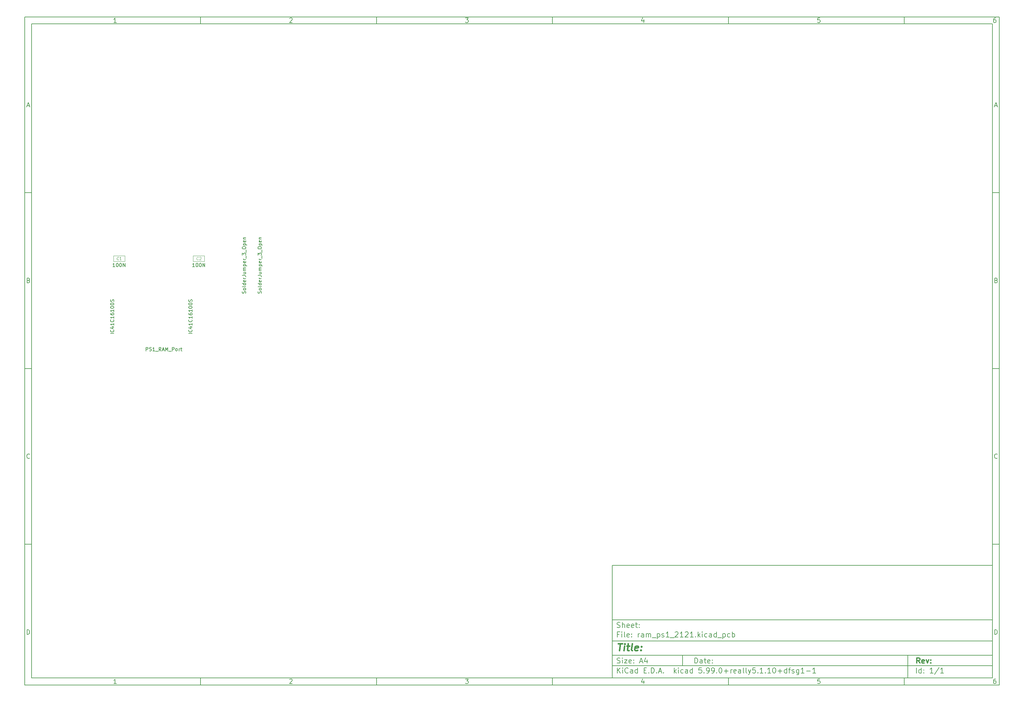
<source format=gbr>
%TF.GenerationSoftware,KiCad,Pcbnew,5.99.0+really5.1.10+dfsg1-1*%
%TF.CreationDate,2022-01-09T16:24:14+01:00*%
%TF.ProjectId,ram_ps1_2121,72616d5f-7073-4315-9f32-3132312e6b69,rev?*%
%TF.SameCoordinates,Original*%
%TF.FileFunction,Other,Fab,Top*%
%FSLAX46Y46*%
G04 Gerber Fmt 4.6, Leading zero omitted, Abs format (unit mm)*
G04 Created by KiCad (PCBNEW 5.99.0+really5.1.10+dfsg1-1) date 2022-01-09 16:24:14*
%MOMM*%
%LPD*%
G01*
G04 APERTURE LIST*
%ADD10C,0.100000*%
%ADD11C,0.150000*%
%ADD12C,0.300000*%
%ADD13C,0.400000*%
%ADD14C,0.120000*%
G04 APERTURE END LIST*
D10*
D11*
X177002200Y-166007200D02*
X177002200Y-198007200D01*
X285002200Y-198007200D01*
X285002200Y-166007200D01*
X177002200Y-166007200D01*
D10*
D11*
X10000000Y-10000000D02*
X10000000Y-200007200D01*
X287002200Y-200007200D01*
X287002200Y-10000000D01*
X10000000Y-10000000D01*
D10*
D11*
X12000000Y-12000000D02*
X12000000Y-198007200D01*
X285002200Y-198007200D01*
X285002200Y-12000000D01*
X12000000Y-12000000D01*
D10*
D11*
X60000000Y-12000000D02*
X60000000Y-10000000D01*
D10*
D11*
X110000000Y-12000000D02*
X110000000Y-10000000D01*
D10*
D11*
X160000000Y-12000000D02*
X160000000Y-10000000D01*
D10*
D11*
X210000000Y-12000000D02*
X210000000Y-10000000D01*
D10*
D11*
X260000000Y-12000000D02*
X260000000Y-10000000D01*
D10*
D11*
X36065476Y-11588095D02*
X35322619Y-11588095D01*
X35694047Y-11588095D02*
X35694047Y-10288095D01*
X35570238Y-10473809D01*
X35446428Y-10597619D01*
X35322619Y-10659523D01*
D10*
D11*
X85322619Y-10411904D02*
X85384523Y-10350000D01*
X85508333Y-10288095D01*
X85817857Y-10288095D01*
X85941666Y-10350000D01*
X86003571Y-10411904D01*
X86065476Y-10535714D01*
X86065476Y-10659523D01*
X86003571Y-10845238D01*
X85260714Y-11588095D01*
X86065476Y-11588095D01*
D10*
D11*
X135260714Y-10288095D02*
X136065476Y-10288095D01*
X135632142Y-10783333D01*
X135817857Y-10783333D01*
X135941666Y-10845238D01*
X136003571Y-10907142D01*
X136065476Y-11030952D01*
X136065476Y-11340476D01*
X136003571Y-11464285D01*
X135941666Y-11526190D01*
X135817857Y-11588095D01*
X135446428Y-11588095D01*
X135322619Y-11526190D01*
X135260714Y-11464285D01*
D10*
D11*
X185941666Y-10721428D02*
X185941666Y-11588095D01*
X185632142Y-10226190D02*
X185322619Y-11154761D01*
X186127380Y-11154761D01*
D10*
D11*
X236003571Y-10288095D02*
X235384523Y-10288095D01*
X235322619Y-10907142D01*
X235384523Y-10845238D01*
X235508333Y-10783333D01*
X235817857Y-10783333D01*
X235941666Y-10845238D01*
X236003571Y-10907142D01*
X236065476Y-11030952D01*
X236065476Y-11340476D01*
X236003571Y-11464285D01*
X235941666Y-11526190D01*
X235817857Y-11588095D01*
X235508333Y-11588095D01*
X235384523Y-11526190D01*
X235322619Y-11464285D01*
D10*
D11*
X285941666Y-10288095D02*
X285694047Y-10288095D01*
X285570238Y-10350000D01*
X285508333Y-10411904D01*
X285384523Y-10597619D01*
X285322619Y-10845238D01*
X285322619Y-11340476D01*
X285384523Y-11464285D01*
X285446428Y-11526190D01*
X285570238Y-11588095D01*
X285817857Y-11588095D01*
X285941666Y-11526190D01*
X286003571Y-11464285D01*
X286065476Y-11340476D01*
X286065476Y-11030952D01*
X286003571Y-10907142D01*
X285941666Y-10845238D01*
X285817857Y-10783333D01*
X285570238Y-10783333D01*
X285446428Y-10845238D01*
X285384523Y-10907142D01*
X285322619Y-11030952D01*
D10*
D11*
X60000000Y-198007200D02*
X60000000Y-200007200D01*
D10*
D11*
X110000000Y-198007200D02*
X110000000Y-200007200D01*
D10*
D11*
X160000000Y-198007200D02*
X160000000Y-200007200D01*
D10*
D11*
X210000000Y-198007200D02*
X210000000Y-200007200D01*
D10*
D11*
X260000000Y-198007200D02*
X260000000Y-200007200D01*
D10*
D11*
X36065476Y-199595295D02*
X35322619Y-199595295D01*
X35694047Y-199595295D02*
X35694047Y-198295295D01*
X35570238Y-198481009D01*
X35446428Y-198604819D01*
X35322619Y-198666723D01*
D10*
D11*
X85322619Y-198419104D02*
X85384523Y-198357200D01*
X85508333Y-198295295D01*
X85817857Y-198295295D01*
X85941666Y-198357200D01*
X86003571Y-198419104D01*
X86065476Y-198542914D01*
X86065476Y-198666723D01*
X86003571Y-198852438D01*
X85260714Y-199595295D01*
X86065476Y-199595295D01*
D10*
D11*
X135260714Y-198295295D02*
X136065476Y-198295295D01*
X135632142Y-198790533D01*
X135817857Y-198790533D01*
X135941666Y-198852438D01*
X136003571Y-198914342D01*
X136065476Y-199038152D01*
X136065476Y-199347676D01*
X136003571Y-199471485D01*
X135941666Y-199533390D01*
X135817857Y-199595295D01*
X135446428Y-199595295D01*
X135322619Y-199533390D01*
X135260714Y-199471485D01*
D10*
D11*
X185941666Y-198728628D02*
X185941666Y-199595295D01*
X185632142Y-198233390D02*
X185322619Y-199161961D01*
X186127380Y-199161961D01*
D10*
D11*
X236003571Y-198295295D02*
X235384523Y-198295295D01*
X235322619Y-198914342D01*
X235384523Y-198852438D01*
X235508333Y-198790533D01*
X235817857Y-198790533D01*
X235941666Y-198852438D01*
X236003571Y-198914342D01*
X236065476Y-199038152D01*
X236065476Y-199347676D01*
X236003571Y-199471485D01*
X235941666Y-199533390D01*
X235817857Y-199595295D01*
X235508333Y-199595295D01*
X235384523Y-199533390D01*
X235322619Y-199471485D01*
D10*
D11*
X285941666Y-198295295D02*
X285694047Y-198295295D01*
X285570238Y-198357200D01*
X285508333Y-198419104D01*
X285384523Y-198604819D01*
X285322619Y-198852438D01*
X285322619Y-199347676D01*
X285384523Y-199471485D01*
X285446428Y-199533390D01*
X285570238Y-199595295D01*
X285817857Y-199595295D01*
X285941666Y-199533390D01*
X286003571Y-199471485D01*
X286065476Y-199347676D01*
X286065476Y-199038152D01*
X286003571Y-198914342D01*
X285941666Y-198852438D01*
X285817857Y-198790533D01*
X285570238Y-198790533D01*
X285446428Y-198852438D01*
X285384523Y-198914342D01*
X285322619Y-199038152D01*
D10*
D11*
X10000000Y-60000000D02*
X12000000Y-60000000D01*
D10*
D11*
X10000000Y-110000000D02*
X12000000Y-110000000D01*
D10*
D11*
X10000000Y-160000000D02*
X12000000Y-160000000D01*
D10*
D11*
X10690476Y-35216666D02*
X11309523Y-35216666D01*
X10566666Y-35588095D02*
X11000000Y-34288095D01*
X11433333Y-35588095D01*
D10*
D11*
X11092857Y-84907142D02*
X11278571Y-84969047D01*
X11340476Y-85030952D01*
X11402380Y-85154761D01*
X11402380Y-85340476D01*
X11340476Y-85464285D01*
X11278571Y-85526190D01*
X11154761Y-85588095D01*
X10659523Y-85588095D01*
X10659523Y-84288095D01*
X11092857Y-84288095D01*
X11216666Y-84350000D01*
X11278571Y-84411904D01*
X11340476Y-84535714D01*
X11340476Y-84659523D01*
X11278571Y-84783333D01*
X11216666Y-84845238D01*
X11092857Y-84907142D01*
X10659523Y-84907142D01*
D10*
D11*
X11402380Y-135464285D02*
X11340476Y-135526190D01*
X11154761Y-135588095D01*
X11030952Y-135588095D01*
X10845238Y-135526190D01*
X10721428Y-135402380D01*
X10659523Y-135278571D01*
X10597619Y-135030952D01*
X10597619Y-134845238D01*
X10659523Y-134597619D01*
X10721428Y-134473809D01*
X10845238Y-134350000D01*
X11030952Y-134288095D01*
X11154761Y-134288095D01*
X11340476Y-134350000D01*
X11402380Y-134411904D01*
D10*
D11*
X10659523Y-185588095D02*
X10659523Y-184288095D01*
X10969047Y-184288095D01*
X11154761Y-184350000D01*
X11278571Y-184473809D01*
X11340476Y-184597619D01*
X11402380Y-184845238D01*
X11402380Y-185030952D01*
X11340476Y-185278571D01*
X11278571Y-185402380D01*
X11154761Y-185526190D01*
X10969047Y-185588095D01*
X10659523Y-185588095D01*
D10*
D11*
X287002200Y-60000000D02*
X285002200Y-60000000D01*
D10*
D11*
X287002200Y-110000000D02*
X285002200Y-110000000D01*
D10*
D11*
X287002200Y-160000000D02*
X285002200Y-160000000D01*
D10*
D11*
X285692676Y-35216666D02*
X286311723Y-35216666D01*
X285568866Y-35588095D02*
X286002200Y-34288095D01*
X286435533Y-35588095D01*
D10*
D11*
X286095057Y-84907142D02*
X286280771Y-84969047D01*
X286342676Y-85030952D01*
X286404580Y-85154761D01*
X286404580Y-85340476D01*
X286342676Y-85464285D01*
X286280771Y-85526190D01*
X286156961Y-85588095D01*
X285661723Y-85588095D01*
X285661723Y-84288095D01*
X286095057Y-84288095D01*
X286218866Y-84350000D01*
X286280771Y-84411904D01*
X286342676Y-84535714D01*
X286342676Y-84659523D01*
X286280771Y-84783333D01*
X286218866Y-84845238D01*
X286095057Y-84907142D01*
X285661723Y-84907142D01*
D10*
D11*
X286404580Y-135464285D02*
X286342676Y-135526190D01*
X286156961Y-135588095D01*
X286033152Y-135588095D01*
X285847438Y-135526190D01*
X285723628Y-135402380D01*
X285661723Y-135278571D01*
X285599819Y-135030952D01*
X285599819Y-134845238D01*
X285661723Y-134597619D01*
X285723628Y-134473809D01*
X285847438Y-134350000D01*
X286033152Y-134288095D01*
X286156961Y-134288095D01*
X286342676Y-134350000D01*
X286404580Y-134411904D01*
D10*
D11*
X285661723Y-185588095D02*
X285661723Y-184288095D01*
X285971247Y-184288095D01*
X286156961Y-184350000D01*
X286280771Y-184473809D01*
X286342676Y-184597619D01*
X286404580Y-184845238D01*
X286404580Y-185030952D01*
X286342676Y-185278571D01*
X286280771Y-185402380D01*
X286156961Y-185526190D01*
X285971247Y-185588095D01*
X285661723Y-185588095D01*
D10*
D11*
X200434342Y-193785771D02*
X200434342Y-192285771D01*
X200791485Y-192285771D01*
X201005771Y-192357200D01*
X201148628Y-192500057D01*
X201220057Y-192642914D01*
X201291485Y-192928628D01*
X201291485Y-193142914D01*
X201220057Y-193428628D01*
X201148628Y-193571485D01*
X201005771Y-193714342D01*
X200791485Y-193785771D01*
X200434342Y-193785771D01*
X202577200Y-193785771D02*
X202577200Y-193000057D01*
X202505771Y-192857200D01*
X202362914Y-192785771D01*
X202077200Y-192785771D01*
X201934342Y-192857200D01*
X202577200Y-193714342D02*
X202434342Y-193785771D01*
X202077200Y-193785771D01*
X201934342Y-193714342D01*
X201862914Y-193571485D01*
X201862914Y-193428628D01*
X201934342Y-193285771D01*
X202077200Y-193214342D01*
X202434342Y-193214342D01*
X202577200Y-193142914D01*
X203077200Y-192785771D02*
X203648628Y-192785771D01*
X203291485Y-192285771D02*
X203291485Y-193571485D01*
X203362914Y-193714342D01*
X203505771Y-193785771D01*
X203648628Y-193785771D01*
X204720057Y-193714342D02*
X204577200Y-193785771D01*
X204291485Y-193785771D01*
X204148628Y-193714342D01*
X204077200Y-193571485D01*
X204077200Y-193000057D01*
X204148628Y-192857200D01*
X204291485Y-192785771D01*
X204577200Y-192785771D01*
X204720057Y-192857200D01*
X204791485Y-193000057D01*
X204791485Y-193142914D01*
X204077200Y-193285771D01*
X205434342Y-193642914D02*
X205505771Y-193714342D01*
X205434342Y-193785771D01*
X205362914Y-193714342D01*
X205434342Y-193642914D01*
X205434342Y-193785771D01*
X205434342Y-192857200D02*
X205505771Y-192928628D01*
X205434342Y-193000057D01*
X205362914Y-192928628D01*
X205434342Y-192857200D01*
X205434342Y-193000057D01*
D10*
D11*
X177002200Y-194507200D02*
X285002200Y-194507200D01*
D10*
D11*
X178434342Y-196585771D02*
X178434342Y-195085771D01*
X179291485Y-196585771D02*
X178648628Y-195728628D01*
X179291485Y-195085771D02*
X178434342Y-195942914D01*
X179934342Y-196585771D02*
X179934342Y-195585771D01*
X179934342Y-195085771D02*
X179862914Y-195157200D01*
X179934342Y-195228628D01*
X180005771Y-195157200D01*
X179934342Y-195085771D01*
X179934342Y-195228628D01*
X181505771Y-196442914D02*
X181434342Y-196514342D01*
X181220057Y-196585771D01*
X181077200Y-196585771D01*
X180862914Y-196514342D01*
X180720057Y-196371485D01*
X180648628Y-196228628D01*
X180577200Y-195942914D01*
X180577200Y-195728628D01*
X180648628Y-195442914D01*
X180720057Y-195300057D01*
X180862914Y-195157200D01*
X181077200Y-195085771D01*
X181220057Y-195085771D01*
X181434342Y-195157200D01*
X181505771Y-195228628D01*
X182791485Y-196585771D02*
X182791485Y-195800057D01*
X182720057Y-195657200D01*
X182577200Y-195585771D01*
X182291485Y-195585771D01*
X182148628Y-195657200D01*
X182791485Y-196514342D02*
X182648628Y-196585771D01*
X182291485Y-196585771D01*
X182148628Y-196514342D01*
X182077200Y-196371485D01*
X182077200Y-196228628D01*
X182148628Y-196085771D01*
X182291485Y-196014342D01*
X182648628Y-196014342D01*
X182791485Y-195942914D01*
X184148628Y-196585771D02*
X184148628Y-195085771D01*
X184148628Y-196514342D02*
X184005771Y-196585771D01*
X183720057Y-196585771D01*
X183577200Y-196514342D01*
X183505771Y-196442914D01*
X183434342Y-196300057D01*
X183434342Y-195871485D01*
X183505771Y-195728628D01*
X183577200Y-195657200D01*
X183720057Y-195585771D01*
X184005771Y-195585771D01*
X184148628Y-195657200D01*
X186005771Y-195800057D02*
X186505771Y-195800057D01*
X186720057Y-196585771D02*
X186005771Y-196585771D01*
X186005771Y-195085771D01*
X186720057Y-195085771D01*
X187362914Y-196442914D02*
X187434342Y-196514342D01*
X187362914Y-196585771D01*
X187291485Y-196514342D01*
X187362914Y-196442914D01*
X187362914Y-196585771D01*
X188077200Y-196585771D02*
X188077200Y-195085771D01*
X188434342Y-195085771D01*
X188648628Y-195157200D01*
X188791485Y-195300057D01*
X188862914Y-195442914D01*
X188934342Y-195728628D01*
X188934342Y-195942914D01*
X188862914Y-196228628D01*
X188791485Y-196371485D01*
X188648628Y-196514342D01*
X188434342Y-196585771D01*
X188077200Y-196585771D01*
X189577200Y-196442914D02*
X189648628Y-196514342D01*
X189577200Y-196585771D01*
X189505771Y-196514342D01*
X189577200Y-196442914D01*
X189577200Y-196585771D01*
X190220057Y-196157200D02*
X190934342Y-196157200D01*
X190077200Y-196585771D02*
X190577200Y-195085771D01*
X191077200Y-196585771D01*
X191577200Y-196442914D02*
X191648628Y-196514342D01*
X191577200Y-196585771D01*
X191505771Y-196514342D01*
X191577200Y-196442914D01*
X191577200Y-196585771D01*
X194577200Y-196585771D02*
X194577200Y-195085771D01*
X194720057Y-196014342D02*
X195148628Y-196585771D01*
X195148628Y-195585771D02*
X194577200Y-196157200D01*
X195791485Y-196585771D02*
X195791485Y-195585771D01*
X195791485Y-195085771D02*
X195720057Y-195157200D01*
X195791485Y-195228628D01*
X195862914Y-195157200D01*
X195791485Y-195085771D01*
X195791485Y-195228628D01*
X197148628Y-196514342D02*
X197005771Y-196585771D01*
X196720057Y-196585771D01*
X196577200Y-196514342D01*
X196505771Y-196442914D01*
X196434342Y-196300057D01*
X196434342Y-195871485D01*
X196505771Y-195728628D01*
X196577200Y-195657200D01*
X196720057Y-195585771D01*
X197005771Y-195585771D01*
X197148628Y-195657200D01*
X198434342Y-196585771D02*
X198434342Y-195800057D01*
X198362914Y-195657200D01*
X198220057Y-195585771D01*
X197934342Y-195585771D01*
X197791485Y-195657200D01*
X198434342Y-196514342D02*
X198291485Y-196585771D01*
X197934342Y-196585771D01*
X197791485Y-196514342D01*
X197720057Y-196371485D01*
X197720057Y-196228628D01*
X197791485Y-196085771D01*
X197934342Y-196014342D01*
X198291485Y-196014342D01*
X198434342Y-195942914D01*
X199791485Y-196585771D02*
X199791485Y-195085771D01*
X199791485Y-196514342D02*
X199648628Y-196585771D01*
X199362914Y-196585771D01*
X199220057Y-196514342D01*
X199148628Y-196442914D01*
X199077200Y-196300057D01*
X199077200Y-195871485D01*
X199148628Y-195728628D01*
X199220057Y-195657200D01*
X199362914Y-195585771D01*
X199648628Y-195585771D01*
X199791485Y-195657200D01*
X202362914Y-195085771D02*
X201648628Y-195085771D01*
X201577200Y-195800057D01*
X201648628Y-195728628D01*
X201791485Y-195657200D01*
X202148628Y-195657200D01*
X202291485Y-195728628D01*
X202362914Y-195800057D01*
X202434342Y-195942914D01*
X202434342Y-196300057D01*
X202362914Y-196442914D01*
X202291485Y-196514342D01*
X202148628Y-196585771D01*
X201791485Y-196585771D01*
X201648628Y-196514342D01*
X201577200Y-196442914D01*
X203077200Y-196442914D02*
X203148628Y-196514342D01*
X203077200Y-196585771D01*
X203005771Y-196514342D01*
X203077200Y-196442914D01*
X203077200Y-196585771D01*
X203862914Y-196585771D02*
X204148628Y-196585771D01*
X204291485Y-196514342D01*
X204362914Y-196442914D01*
X204505771Y-196228628D01*
X204577200Y-195942914D01*
X204577200Y-195371485D01*
X204505771Y-195228628D01*
X204434342Y-195157200D01*
X204291485Y-195085771D01*
X204005771Y-195085771D01*
X203862914Y-195157200D01*
X203791485Y-195228628D01*
X203720057Y-195371485D01*
X203720057Y-195728628D01*
X203791485Y-195871485D01*
X203862914Y-195942914D01*
X204005771Y-196014342D01*
X204291485Y-196014342D01*
X204434342Y-195942914D01*
X204505771Y-195871485D01*
X204577200Y-195728628D01*
X205291485Y-196585771D02*
X205577200Y-196585771D01*
X205720057Y-196514342D01*
X205791485Y-196442914D01*
X205934342Y-196228628D01*
X206005771Y-195942914D01*
X206005771Y-195371485D01*
X205934342Y-195228628D01*
X205862914Y-195157200D01*
X205720057Y-195085771D01*
X205434342Y-195085771D01*
X205291485Y-195157200D01*
X205220057Y-195228628D01*
X205148628Y-195371485D01*
X205148628Y-195728628D01*
X205220057Y-195871485D01*
X205291485Y-195942914D01*
X205434342Y-196014342D01*
X205720057Y-196014342D01*
X205862914Y-195942914D01*
X205934342Y-195871485D01*
X206005771Y-195728628D01*
X206648628Y-196442914D02*
X206720057Y-196514342D01*
X206648628Y-196585771D01*
X206577200Y-196514342D01*
X206648628Y-196442914D01*
X206648628Y-196585771D01*
X207648628Y-195085771D02*
X207791485Y-195085771D01*
X207934342Y-195157200D01*
X208005771Y-195228628D01*
X208077200Y-195371485D01*
X208148628Y-195657200D01*
X208148628Y-196014342D01*
X208077200Y-196300057D01*
X208005771Y-196442914D01*
X207934342Y-196514342D01*
X207791485Y-196585771D01*
X207648628Y-196585771D01*
X207505771Y-196514342D01*
X207434342Y-196442914D01*
X207362914Y-196300057D01*
X207291485Y-196014342D01*
X207291485Y-195657200D01*
X207362914Y-195371485D01*
X207434342Y-195228628D01*
X207505771Y-195157200D01*
X207648628Y-195085771D01*
X208791485Y-196014342D02*
X209934342Y-196014342D01*
X209362914Y-196585771D02*
X209362914Y-195442914D01*
X210648628Y-196585771D02*
X210648628Y-195585771D01*
X210648628Y-195871485D02*
X210720057Y-195728628D01*
X210791485Y-195657200D01*
X210934342Y-195585771D01*
X211077200Y-195585771D01*
X212148628Y-196514342D02*
X212005771Y-196585771D01*
X211720057Y-196585771D01*
X211577200Y-196514342D01*
X211505771Y-196371485D01*
X211505771Y-195800057D01*
X211577200Y-195657200D01*
X211720057Y-195585771D01*
X212005771Y-195585771D01*
X212148628Y-195657200D01*
X212220057Y-195800057D01*
X212220057Y-195942914D01*
X211505771Y-196085771D01*
X213505771Y-196585771D02*
X213505771Y-195800057D01*
X213434342Y-195657200D01*
X213291485Y-195585771D01*
X213005771Y-195585771D01*
X212862914Y-195657200D01*
X213505771Y-196514342D02*
X213362914Y-196585771D01*
X213005771Y-196585771D01*
X212862914Y-196514342D01*
X212791485Y-196371485D01*
X212791485Y-196228628D01*
X212862914Y-196085771D01*
X213005771Y-196014342D01*
X213362914Y-196014342D01*
X213505771Y-195942914D01*
X214434342Y-196585771D02*
X214291485Y-196514342D01*
X214220057Y-196371485D01*
X214220057Y-195085771D01*
X215220057Y-196585771D02*
X215077200Y-196514342D01*
X215005771Y-196371485D01*
X215005771Y-195085771D01*
X215648628Y-195585771D02*
X216005771Y-196585771D01*
X216362914Y-195585771D02*
X216005771Y-196585771D01*
X215862914Y-196942914D01*
X215791485Y-197014342D01*
X215648628Y-197085771D01*
X217648628Y-195085771D02*
X216934342Y-195085771D01*
X216862914Y-195800057D01*
X216934342Y-195728628D01*
X217077200Y-195657200D01*
X217434342Y-195657200D01*
X217577200Y-195728628D01*
X217648628Y-195800057D01*
X217720057Y-195942914D01*
X217720057Y-196300057D01*
X217648628Y-196442914D01*
X217577200Y-196514342D01*
X217434342Y-196585771D01*
X217077200Y-196585771D01*
X216934342Y-196514342D01*
X216862914Y-196442914D01*
X218362914Y-196442914D02*
X218434342Y-196514342D01*
X218362914Y-196585771D01*
X218291485Y-196514342D01*
X218362914Y-196442914D01*
X218362914Y-196585771D01*
X219862914Y-196585771D02*
X219005771Y-196585771D01*
X219434342Y-196585771D02*
X219434342Y-195085771D01*
X219291485Y-195300057D01*
X219148628Y-195442914D01*
X219005771Y-195514342D01*
X220505771Y-196442914D02*
X220577200Y-196514342D01*
X220505771Y-196585771D01*
X220434342Y-196514342D01*
X220505771Y-196442914D01*
X220505771Y-196585771D01*
X222005771Y-196585771D02*
X221148628Y-196585771D01*
X221577200Y-196585771D02*
X221577200Y-195085771D01*
X221434342Y-195300057D01*
X221291485Y-195442914D01*
X221148628Y-195514342D01*
X222934342Y-195085771D02*
X223077200Y-195085771D01*
X223220057Y-195157200D01*
X223291485Y-195228628D01*
X223362914Y-195371485D01*
X223434342Y-195657200D01*
X223434342Y-196014342D01*
X223362914Y-196300057D01*
X223291485Y-196442914D01*
X223220057Y-196514342D01*
X223077200Y-196585771D01*
X222934342Y-196585771D01*
X222791485Y-196514342D01*
X222720057Y-196442914D01*
X222648628Y-196300057D01*
X222577200Y-196014342D01*
X222577200Y-195657200D01*
X222648628Y-195371485D01*
X222720057Y-195228628D01*
X222791485Y-195157200D01*
X222934342Y-195085771D01*
X224077200Y-196014342D02*
X225220057Y-196014342D01*
X224648628Y-196585771D02*
X224648628Y-195442914D01*
X226577200Y-196585771D02*
X226577200Y-195085771D01*
X226577200Y-196514342D02*
X226434342Y-196585771D01*
X226148628Y-196585771D01*
X226005771Y-196514342D01*
X225934342Y-196442914D01*
X225862914Y-196300057D01*
X225862914Y-195871485D01*
X225934342Y-195728628D01*
X226005771Y-195657200D01*
X226148628Y-195585771D01*
X226434342Y-195585771D01*
X226577200Y-195657200D01*
X227077200Y-195585771D02*
X227648628Y-195585771D01*
X227291485Y-196585771D02*
X227291485Y-195300057D01*
X227362914Y-195157200D01*
X227505771Y-195085771D01*
X227648628Y-195085771D01*
X228077200Y-196514342D02*
X228220057Y-196585771D01*
X228505771Y-196585771D01*
X228648628Y-196514342D01*
X228720057Y-196371485D01*
X228720057Y-196300057D01*
X228648628Y-196157200D01*
X228505771Y-196085771D01*
X228291485Y-196085771D01*
X228148628Y-196014342D01*
X228077200Y-195871485D01*
X228077200Y-195800057D01*
X228148628Y-195657200D01*
X228291485Y-195585771D01*
X228505771Y-195585771D01*
X228648628Y-195657200D01*
X230005771Y-195585771D02*
X230005771Y-196800057D01*
X229934342Y-196942914D01*
X229862914Y-197014342D01*
X229720057Y-197085771D01*
X229505771Y-197085771D01*
X229362914Y-197014342D01*
X230005771Y-196514342D02*
X229862914Y-196585771D01*
X229577200Y-196585771D01*
X229434342Y-196514342D01*
X229362914Y-196442914D01*
X229291485Y-196300057D01*
X229291485Y-195871485D01*
X229362914Y-195728628D01*
X229434342Y-195657200D01*
X229577200Y-195585771D01*
X229862914Y-195585771D01*
X230005771Y-195657200D01*
X231505771Y-196585771D02*
X230648628Y-196585771D01*
X231077200Y-196585771D02*
X231077200Y-195085771D01*
X230934342Y-195300057D01*
X230791485Y-195442914D01*
X230648628Y-195514342D01*
X232148628Y-196014342D02*
X233291485Y-196014342D01*
X234791485Y-196585771D02*
X233934342Y-196585771D01*
X234362914Y-196585771D02*
X234362914Y-195085771D01*
X234220057Y-195300057D01*
X234077200Y-195442914D01*
X233934342Y-195514342D01*
D10*
D11*
X177002200Y-191507200D02*
X285002200Y-191507200D01*
D10*
D12*
X264411485Y-193785771D02*
X263911485Y-193071485D01*
X263554342Y-193785771D02*
X263554342Y-192285771D01*
X264125771Y-192285771D01*
X264268628Y-192357200D01*
X264340057Y-192428628D01*
X264411485Y-192571485D01*
X264411485Y-192785771D01*
X264340057Y-192928628D01*
X264268628Y-193000057D01*
X264125771Y-193071485D01*
X263554342Y-193071485D01*
X265625771Y-193714342D02*
X265482914Y-193785771D01*
X265197200Y-193785771D01*
X265054342Y-193714342D01*
X264982914Y-193571485D01*
X264982914Y-193000057D01*
X265054342Y-192857200D01*
X265197200Y-192785771D01*
X265482914Y-192785771D01*
X265625771Y-192857200D01*
X265697200Y-193000057D01*
X265697200Y-193142914D01*
X264982914Y-193285771D01*
X266197200Y-192785771D02*
X266554342Y-193785771D01*
X266911485Y-192785771D01*
X267482914Y-193642914D02*
X267554342Y-193714342D01*
X267482914Y-193785771D01*
X267411485Y-193714342D01*
X267482914Y-193642914D01*
X267482914Y-193785771D01*
X267482914Y-192857200D02*
X267554342Y-192928628D01*
X267482914Y-193000057D01*
X267411485Y-192928628D01*
X267482914Y-192857200D01*
X267482914Y-193000057D01*
D10*
D11*
X178362914Y-193714342D02*
X178577200Y-193785771D01*
X178934342Y-193785771D01*
X179077200Y-193714342D01*
X179148628Y-193642914D01*
X179220057Y-193500057D01*
X179220057Y-193357200D01*
X179148628Y-193214342D01*
X179077200Y-193142914D01*
X178934342Y-193071485D01*
X178648628Y-193000057D01*
X178505771Y-192928628D01*
X178434342Y-192857200D01*
X178362914Y-192714342D01*
X178362914Y-192571485D01*
X178434342Y-192428628D01*
X178505771Y-192357200D01*
X178648628Y-192285771D01*
X179005771Y-192285771D01*
X179220057Y-192357200D01*
X179862914Y-193785771D02*
X179862914Y-192785771D01*
X179862914Y-192285771D02*
X179791485Y-192357200D01*
X179862914Y-192428628D01*
X179934342Y-192357200D01*
X179862914Y-192285771D01*
X179862914Y-192428628D01*
X180434342Y-192785771D02*
X181220057Y-192785771D01*
X180434342Y-193785771D01*
X181220057Y-193785771D01*
X182362914Y-193714342D02*
X182220057Y-193785771D01*
X181934342Y-193785771D01*
X181791485Y-193714342D01*
X181720057Y-193571485D01*
X181720057Y-193000057D01*
X181791485Y-192857200D01*
X181934342Y-192785771D01*
X182220057Y-192785771D01*
X182362914Y-192857200D01*
X182434342Y-193000057D01*
X182434342Y-193142914D01*
X181720057Y-193285771D01*
X183077200Y-193642914D02*
X183148628Y-193714342D01*
X183077200Y-193785771D01*
X183005771Y-193714342D01*
X183077200Y-193642914D01*
X183077200Y-193785771D01*
X183077200Y-192857200D02*
X183148628Y-192928628D01*
X183077200Y-193000057D01*
X183005771Y-192928628D01*
X183077200Y-192857200D01*
X183077200Y-193000057D01*
X184862914Y-193357200D02*
X185577200Y-193357200D01*
X184720057Y-193785771D02*
X185220057Y-192285771D01*
X185720057Y-193785771D01*
X186862914Y-192785771D02*
X186862914Y-193785771D01*
X186505771Y-192214342D02*
X186148628Y-193285771D01*
X187077200Y-193285771D01*
D10*
D11*
X263434342Y-196585771D02*
X263434342Y-195085771D01*
X264791485Y-196585771D02*
X264791485Y-195085771D01*
X264791485Y-196514342D02*
X264648628Y-196585771D01*
X264362914Y-196585771D01*
X264220057Y-196514342D01*
X264148628Y-196442914D01*
X264077200Y-196300057D01*
X264077200Y-195871485D01*
X264148628Y-195728628D01*
X264220057Y-195657200D01*
X264362914Y-195585771D01*
X264648628Y-195585771D01*
X264791485Y-195657200D01*
X265505771Y-196442914D02*
X265577200Y-196514342D01*
X265505771Y-196585771D01*
X265434342Y-196514342D01*
X265505771Y-196442914D01*
X265505771Y-196585771D01*
X265505771Y-195657200D02*
X265577200Y-195728628D01*
X265505771Y-195800057D01*
X265434342Y-195728628D01*
X265505771Y-195657200D01*
X265505771Y-195800057D01*
X268148628Y-196585771D02*
X267291485Y-196585771D01*
X267720057Y-196585771D02*
X267720057Y-195085771D01*
X267577200Y-195300057D01*
X267434342Y-195442914D01*
X267291485Y-195514342D01*
X269862914Y-195014342D02*
X268577200Y-196942914D01*
X271148628Y-196585771D02*
X270291485Y-196585771D01*
X270720057Y-196585771D02*
X270720057Y-195085771D01*
X270577200Y-195300057D01*
X270434342Y-195442914D01*
X270291485Y-195514342D01*
D10*
D11*
X177002200Y-187507200D02*
X285002200Y-187507200D01*
D10*
D13*
X178714580Y-188211961D02*
X179857438Y-188211961D01*
X179036009Y-190211961D02*
X179286009Y-188211961D01*
X180274104Y-190211961D02*
X180440771Y-188878628D01*
X180524104Y-188211961D02*
X180416961Y-188307200D01*
X180500295Y-188402438D01*
X180607438Y-188307200D01*
X180524104Y-188211961D01*
X180500295Y-188402438D01*
X181107438Y-188878628D02*
X181869342Y-188878628D01*
X181476485Y-188211961D02*
X181262200Y-189926247D01*
X181333628Y-190116723D01*
X181512200Y-190211961D01*
X181702676Y-190211961D01*
X182655057Y-190211961D02*
X182476485Y-190116723D01*
X182405057Y-189926247D01*
X182619342Y-188211961D01*
X184190771Y-190116723D02*
X183988390Y-190211961D01*
X183607438Y-190211961D01*
X183428866Y-190116723D01*
X183357438Y-189926247D01*
X183452676Y-189164342D01*
X183571723Y-188973866D01*
X183774104Y-188878628D01*
X184155057Y-188878628D01*
X184333628Y-188973866D01*
X184405057Y-189164342D01*
X184381247Y-189354819D01*
X183405057Y-189545295D01*
X185155057Y-190021485D02*
X185238390Y-190116723D01*
X185131247Y-190211961D01*
X185047914Y-190116723D01*
X185155057Y-190021485D01*
X185131247Y-190211961D01*
X185286009Y-188973866D02*
X185369342Y-189069104D01*
X185262200Y-189164342D01*
X185178866Y-189069104D01*
X185286009Y-188973866D01*
X185262200Y-189164342D01*
D10*
D11*
X178934342Y-185600057D02*
X178434342Y-185600057D01*
X178434342Y-186385771D02*
X178434342Y-184885771D01*
X179148628Y-184885771D01*
X179720057Y-186385771D02*
X179720057Y-185385771D01*
X179720057Y-184885771D02*
X179648628Y-184957200D01*
X179720057Y-185028628D01*
X179791485Y-184957200D01*
X179720057Y-184885771D01*
X179720057Y-185028628D01*
X180648628Y-186385771D02*
X180505771Y-186314342D01*
X180434342Y-186171485D01*
X180434342Y-184885771D01*
X181791485Y-186314342D02*
X181648628Y-186385771D01*
X181362914Y-186385771D01*
X181220057Y-186314342D01*
X181148628Y-186171485D01*
X181148628Y-185600057D01*
X181220057Y-185457200D01*
X181362914Y-185385771D01*
X181648628Y-185385771D01*
X181791485Y-185457200D01*
X181862914Y-185600057D01*
X181862914Y-185742914D01*
X181148628Y-185885771D01*
X182505771Y-186242914D02*
X182577200Y-186314342D01*
X182505771Y-186385771D01*
X182434342Y-186314342D01*
X182505771Y-186242914D01*
X182505771Y-186385771D01*
X182505771Y-185457200D02*
X182577200Y-185528628D01*
X182505771Y-185600057D01*
X182434342Y-185528628D01*
X182505771Y-185457200D01*
X182505771Y-185600057D01*
X184362914Y-186385771D02*
X184362914Y-185385771D01*
X184362914Y-185671485D02*
X184434342Y-185528628D01*
X184505771Y-185457200D01*
X184648628Y-185385771D01*
X184791485Y-185385771D01*
X185934342Y-186385771D02*
X185934342Y-185600057D01*
X185862914Y-185457200D01*
X185720057Y-185385771D01*
X185434342Y-185385771D01*
X185291485Y-185457200D01*
X185934342Y-186314342D02*
X185791485Y-186385771D01*
X185434342Y-186385771D01*
X185291485Y-186314342D01*
X185220057Y-186171485D01*
X185220057Y-186028628D01*
X185291485Y-185885771D01*
X185434342Y-185814342D01*
X185791485Y-185814342D01*
X185934342Y-185742914D01*
X186648628Y-186385771D02*
X186648628Y-185385771D01*
X186648628Y-185528628D02*
X186720057Y-185457200D01*
X186862914Y-185385771D01*
X187077200Y-185385771D01*
X187220057Y-185457200D01*
X187291485Y-185600057D01*
X187291485Y-186385771D01*
X187291485Y-185600057D02*
X187362914Y-185457200D01*
X187505771Y-185385771D01*
X187720057Y-185385771D01*
X187862914Y-185457200D01*
X187934342Y-185600057D01*
X187934342Y-186385771D01*
X188291485Y-186528628D02*
X189434342Y-186528628D01*
X189791485Y-185385771D02*
X189791485Y-186885771D01*
X189791485Y-185457200D02*
X189934342Y-185385771D01*
X190220057Y-185385771D01*
X190362914Y-185457200D01*
X190434342Y-185528628D01*
X190505771Y-185671485D01*
X190505771Y-186100057D01*
X190434342Y-186242914D01*
X190362914Y-186314342D01*
X190220057Y-186385771D01*
X189934342Y-186385771D01*
X189791485Y-186314342D01*
X191077200Y-186314342D02*
X191220057Y-186385771D01*
X191505771Y-186385771D01*
X191648628Y-186314342D01*
X191720057Y-186171485D01*
X191720057Y-186100057D01*
X191648628Y-185957200D01*
X191505771Y-185885771D01*
X191291485Y-185885771D01*
X191148628Y-185814342D01*
X191077200Y-185671485D01*
X191077200Y-185600057D01*
X191148628Y-185457200D01*
X191291485Y-185385771D01*
X191505771Y-185385771D01*
X191648628Y-185457200D01*
X193148628Y-186385771D02*
X192291485Y-186385771D01*
X192720057Y-186385771D02*
X192720057Y-184885771D01*
X192577200Y-185100057D01*
X192434342Y-185242914D01*
X192291485Y-185314342D01*
X193434342Y-186528628D02*
X194577200Y-186528628D01*
X194862914Y-185028628D02*
X194934342Y-184957200D01*
X195077200Y-184885771D01*
X195434342Y-184885771D01*
X195577200Y-184957200D01*
X195648628Y-185028628D01*
X195720057Y-185171485D01*
X195720057Y-185314342D01*
X195648628Y-185528628D01*
X194791485Y-186385771D01*
X195720057Y-186385771D01*
X197148628Y-186385771D02*
X196291485Y-186385771D01*
X196720057Y-186385771D02*
X196720057Y-184885771D01*
X196577200Y-185100057D01*
X196434342Y-185242914D01*
X196291485Y-185314342D01*
X197720057Y-185028628D02*
X197791485Y-184957200D01*
X197934342Y-184885771D01*
X198291485Y-184885771D01*
X198434342Y-184957200D01*
X198505771Y-185028628D01*
X198577200Y-185171485D01*
X198577200Y-185314342D01*
X198505771Y-185528628D01*
X197648628Y-186385771D01*
X198577200Y-186385771D01*
X200005771Y-186385771D02*
X199148628Y-186385771D01*
X199577200Y-186385771D02*
X199577200Y-184885771D01*
X199434342Y-185100057D01*
X199291485Y-185242914D01*
X199148628Y-185314342D01*
X200648628Y-186242914D02*
X200720057Y-186314342D01*
X200648628Y-186385771D01*
X200577200Y-186314342D01*
X200648628Y-186242914D01*
X200648628Y-186385771D01*
X201362914Y-186385771D02*
X201362914Y-184885771D01*
X201505771Y-185814342D02*
X201934342Y-186385771D01*
X201934342Y-185385771D02*
X201362914Y-185957200D01*
X202577200Y-186385771D02*
X202577200Y-185385771D01*
X202577200Y-184885771D02*
X202505771Y-184957200D01*
X202577200Y-185028628D01*
X202648628Y-184957200D01*
X202577200Y-184885771D01*
X202577200Y-185028628D01*
X203934342Y-186314342D02*
X203791485Y-186385771D01*
X203505771Y-186385771D01*
X203362914Y-186314342D01*
X203291485Y-186242914D01*
X203220057Y-186100057D01*
X203220057Y-185671485D01*
X203291485Y-185528628D01*
X203362914Y-185457200D01*
X203505771Y-185385771D01*
X203791485Y-185385771D01*
X203934342Y-185457200D01*
X205220057Y-186385771D02*
X205220057Y-185600057D01*
X205148628Y-185457200D01*
X205005771Y-185385771D01*
X204720057Y-185385771D01*
X204577200Y-185457200D01*
X205220057Y-186314342D02*
X205077200Y-186385771D01*
X204720057Y-186385771D01*
X204577200Y-186314342D01*
X204505771Y-186171485D01*
X204505771Y-186028628D01*
X204577200Y-185885771D01*
X204720057Y-185814342D01*
X205077200Y-185814342D01*
X205220057Y-185742914D01*
X206577200Y-186385771D02*
X206577200Y-184885771D01*
X206577200Y-186314342D02*
X206434342Y-186385771D01*
X206148628Y-186385771D01*
X206005771Y-186314342D01*
X205934342Y-186242914D01*
X205862914Y-186100057D01*
X205862914Y-185671485D01*
X205934342Y-185528628D01*
X206005771Y-185457200D01*
X206148628Y-185385771D01*
X206434342Y-185385771D01*
X206577200Y-185457200D01*
X206934342Y-186528628D02*
X208077200Y-186528628D01*
X208434342Y-185385771D02*
X208434342Y-186885771D01*
X208434342Y-185457200D02*
X208577200Y-185385771D01*
X208862914Y-185385771D01*
X209005771Y-185457200D01*
X209077200Y-185528628D01*
X209148628Y-185671485D01*
X209148628Y-186100057D01*
X209077200Y-186242914D01*
X209005771Y-186314342D01*
X208862914Y-186385771D01*
X208577200Y-186385771D01*
X208434342Y-186314342D01*
X210434342Y-186314342D02*
X210291485Y-186385771D01*
X210005771Y-186385771D01*
X209862914Y-186314342D01*
X209791485Y-186242914D01*
X209720057Y-186100057D01*
X209720057Y-185671485D01*
X209791485Y-185528628D01*
X209862914Y-185457200D01*
X210005771Y-185385771D01*
X210291485Y-185385771D01*
X210434342Y-185457200D01*
X211077200Y-186385771D02*
X211077200Y-184885771D01*
X211077200Y-185457200D02*
X211220057Y-185385771D01*
X211505771Y-185385771D01*
X211648628Y-185457200D01*
X211720057Y-185528628D01*
X211791485Y-185671485D01*
X211791485Y-186100057D01*
X211720057Y-186242914D01*
X211648628Y-186314342D01*
X211505771Y-186385771D01*
X211220057Y-186385771D01*
X211077200Y-186314342D01*
D10*
D11*
X177002200Y-181507200D02*
X285002200Y-181507200D01*
D10*
D11*
X178362914Y-183614342D02*
X178577200Y-183685771D01*
X178934342Y-183685771D01*
X179077200Y-183614342D01*
X179148628Y-183542914D01*
X179220057Y-183400057D01*
X179220057Y-183257200D01*
X179148628Y-183114342D01*
X179077200Y-183042914D01*
X178934342Y-182971485D01*
X178648628Y-182900057D01*
X178505771Y-182828628D01*
X178434342Y-182757200D01*
X178362914Y-182614342D01*
X178362914Y-182471485D01*
X178434342Y-182328628D01*
X178505771Y-182257200D01*
X178648628Y-182185771D01*
X179005771Y-182185771D01*
X179220057Y-182257200D01*
X179862914Y-183685771D02*
X179862914Y-182185771D01*
X180505771Y-183685771D02*
X180505771Y-182900057D01*
X180434342Y-182757200D01*
X180291485Y-182685771D01*
X180077200Y-182685771D01*
X179934342Y-182757200D01*
X179862914Y-182828628D01*
X181791485Y-183614342D02*
X181648628Y-183685771D01*
X181362914Y-183685771D01*
X181220057Y-183614342D01*
X181148628Y-183471485D01*
X181148628Y-182900057D01*
X181220057Y-182757200D01*
X181362914Y-182685771D01*
X181648628Y-182685771D01*
X181791485Y-182757200D01*
X181862914Y-182900057D01*
X181862914Y-183042914D01*
X181148628Y-183185771D01*
X183077200Y-183614342D02*
X182934342Y-183685771D01*
X182648628Y-183685771D01*
X182505771Y-183614342D01*
X182434342Y-183471485D01*
X182434342Y-182900057D01*
X182505771Y-182757200D01*
X182648628Y-182685771D01*
X182934342Y-182685771D01*
X183077200Y-182757200D01*
X183148628Y-182900057D01*
X183148628Y-183042914D01*
X182434342Y-183185771D01*
X183577200Y-182685771D02*
X184148628Y-182685771D01*
X183791485Y-182185771D02*
X183791485Y-183471485D01*
X183862914Y-183614342D01*
X184005771Y-183685771D01*
X184148628Y-183685771D01*
X184648628Y-183542914D02*
X184720057Y-183614342D01*
X184648628Y-183685771D01*
X184577200Y-183614342D01*
X184648628Y-183542914D01*
X184648628Y-183685771D01*
X184648628Y-182757200D02*
X184720057Y-182828628D01*
X184648628Y-182900057D01*
X184577200Y-182828628D01*
X184648628Y-182757200D01*
X184648628Y-182900057D01*
D10*
D11*
X197002200Y-191507200D02*
X197002200Y-194507200D01*
D10*
D11*
X261002200Y-191507200D02*
X261002200Y-198007200D01*
D10*
%TO.C,C1*%
X35230000Y-79540000D02*
X35230000Y-77940000D01*
X35230000Y-77940000D02*
X38430000Y-77940000D01*
X38430000Y-77940000D02*
X38430000Y-79540000D01*
X38430000Y-79540000D02*
X35230000Y-79540000D01*
%TO.C,C2*%
X61085000Y-79540000D02*
X57885000Y-79540000D01*
X61085000Y-77940000D02*
X61085000Y-79540000D01*
X57885000Y-77940000D02*
X61085000Y-77940000D01*
X57885000Y-79540000D02*
X57885000Y-77940000D01*
%TD*%
%TO.C,U1*%
D11*
X44506190Y-104977380D02*
X44506190Y-103977380D01*
X44887142Y-103977380D01*
X44982380Y-104025000D01*
X45030000Y-104072619D01*
X45077619Y-104167857D01*
X45077619Y-104310714D01*
X45030000Y-104405952D01*
X44982380Y-104453571D01*
X44887142Y-104501190D01*
X44506190Y-104501190D01*
X45458571Y-104929761D02*
X45601428Y-104977380D01*
X45839523Y-104977380D01*
X45934761Y-104929761D01*
X45982380Y-104882142D01*
X46030000Y-104786904D01*
X46030000Y-104691666D01*
X45982380Y-104596428D01*
X45934761Y-104548809D01*
X45839523Y-104501190D01*
X45649047Y-104453571D01*
X45553809Y-104405952D01*
X45506190Y-104358333D01*
X45458571Y-104263095D01*
X45458571Y-104167857D01*
X45506190Y-104072619D01*
X45553809Y-104025000D01*
X45649047Y-103977380D01*
X45887142Y-103977380D01*
X46030000Y-104025000D01*
X46982380Y-104977380D02*
X46410952Y-104977380D01*
X46696666Y-104977380D02*
X46696666Y-103977380D01*
X46601428Y-104120238D01*
X46506190Y-104215476D01*
X46410952Y-104263095D01*
X47172857Y-105072619D02*
X47934761Y-105072619D01*
X48744285Y-104977380D02*
X48410952Y-104501190D01*
X48172857Y-104977380D02*
X48172857Y-103977380D01*
X48553809Y-103977380D01*
X48649047Y-104025000D01*
X48696666Y-104072619D01*
X48744285Y-104167857D01*
X48744285Y-104310714D01*
X48696666Y-104405952D01*
X48649047Y-104453571D01*
X48553809Y-104501190D01*
X48172857Y-104501190D01*
X49125238Y-104691666D02*
X49601428Y-104691666D01*
X49030000Y-104977380D02*
X49363333Y-103977380D01*
X49696666Y-104977380D01*
X50030000Y-104977380D02*
X50030000Y-103977380D01*
X50363333Y-104691666D01*
X50696666Y-103977380D01*
X50696666Y-104977380D01*
X50934761Y-105072619D02*
X51696666Y-105072619D01*
X51934761Y-104977380D02*
X51934761Y-103977380D01*
X52315714Y-103977380D01*
X52410952Y-104025000D01*
X52458571Y-104072619D01*
X52506190Y-104167857D01*
X52506190Y-104310714D01*
X52458571Y-104405952D01*
X52410952Y-104453571D01*
X52315714Y-104501190D01*
X51934761Y-104501190D01*
X53077619Y-104977380D02*
X52982380Y-104929761D01*
X52934761Y-104882142D01*
X52887142Y-104786904D01*
X52887142Y-104501190D01*
X52934761Y-104405952D01*
X52982380Y-104358333D01*
X53077619Y-104310714D01*
X53220476Y-104310714D01*
X53315714Y-104358333D01*
X53363333Y-104405952D01*
X53410952Y-104501190D01*
X53410952Y-104786904D01*
X53363333Y-104882142D01*
X53315714Y-104929761D01*
X53220476Y-104977380D01*
X53077619Y-104977380D01*
X53839523Y-104977380D02*
X53839523Y-104310714D01*
X53839523Y-104501190D02*
X53887142Y-104405952D01*
X53934761Y-104358333D01*
X54030000Y-104310714D01*
X54125238Y-104310714D01*
X54315714Y-104310714D02*
X54696666Y-104310714D01*
X54458571Y-103977380D02*
X54458571Y-104834523D01*
X54506190Y-104929761D01*
X54601428Y-104977380D01*
X54696666Y-104977380D01*
%TO.C,U2*%
X35377380Y-100059523D02*
X34377380Y-100059523D01*
X35282142Y-99011904D02*
X35329761Y-99059523D01*
X35377380Y-99202380D01*
X35377380Y-99297619D01*
X35329761Y-99440476D01*
X35234523Y-99535714D01*
X35139285Y-99583333D01*
X34948809Y-99630952D01*
X34805952Y-99630952D01*
X34615476Y-99583333D01*
X34520238Y-99535714D01*
X34425000Y-99440476D01*
X34377380Y-99297619D01*
X34377380Y-99202380D01*
X34425000Y-99059523D01*
X34472619Y-99011904D01*
X34710714Y-98154761D02*
X35377380Y-98154761D01*
X34329761Y-98392857D02*
X35044047Y-98630952D01*
X35044047Y-98011904D01*
X35377380Y-97107142D02*
X35377380Y-97678571D01*
X35377380Y-97392857D02*
X34377380Y-97392857D01*
X34520238Y-97488095D01*
X34615476Y-97583333D01*
X34663095Y-97678571D01*
X35282142Y-96107142D02*
X35329761Y-96154761D01*
X35377380Y-96297619D01*
X35377380Y-96392857D01*
X35329761Y-96535714D01*
X35234523Y-96630952D01*
X35139285Y-96678571D01*
X34948809Y-96726190D01*
X34805952Y-96726190D01*
X34615476Y-96678571D01*
X34520238Y-96630952D01*
X34425000Y-96535714D01*
X34377380Y-96392857D01*
X34377380Y-96297619D01*
X34425000Y-96154761D01*
X34472619Y-96107142D01*
X35377380Y-95154761D02*
X35377380Y-95726190D01*
X35377380Y-95440476D02*
X34377380Y-95440476D01*
X34520238Y-95535714D01*
X34615476Y-95630952D01*
X34663095Y-95726190D01*
X34377380Y-94297619D02*
X34377380Y-94488095D01*
X34425000Y-94583333D01*
X34472619Y-94630952D01*
X34615476Y-94726190D01*
X34805952Y-94773809D01*
X35186904Y-94773809D01*
X35282142Y-94726190D01*
X35329761Y-94678571D01*
X35377380Y-94583333D01*
X35377380Y-94392857D01*
X35329761Y-94297619D01*
X35282142Y-94250000D01*
X35186904Y-94202380D01*
X34948809Y-94202380D01*
X34853571Y-94250000D01*
X34805952Y-94297619D01*
X34758333Y-94392857D01*
X34758333Y-94583333D01*
X34805952Y-94678571D01*
X34853571Y-94726190D01*
X34948809Y-94773809D01*
X35377380Y-93250000D02*
X35377380Y-93821428D01*
X35377380Y-93535714D02*
X34377380Y-93535714D01*
X34520238Y-93630952D01*
X34615476Y-93726190D01*
X34663095Y-93821428D01*
X34377380Y-92630952D02*
X34377380Y-92535714D01*
X34425000Y-92440476D01*
X34472619Y-92392857D01*
X34567857Y-92345238D01*
X34758333Y-92297619D01*
X34996428Y-92297619D01*
X35186904Y-92345238D01*
X35282142Y-92392857D01*
X35329761Y-92440476D01*
X35377380Y-92535714D01*
X35377380Y-92630952D01*
X35329761Y-92726190D01*
X35282142Y-92773809D01*
X35186904Y-92821428D01*
X34996428Y-92869047D01*
X34758333Y-92869047D01*
X34567857Y-92821428D01*
X34472619Y-92773809D01*
X34425000Y-92726190D01*
X34377380Y-92630952D01*
X34377380Y-91678571D02*
X34377380Y-91583333D01*
X34425000Y-91488095D01*
X34472619Y-91440476D01*
X34567857Y-91392857D01*
X34758333Y-91345238D01*
X34996428Y-91345238D01*
X35186904Y-91392857D01*
X35282142Y-91440476D01*
X35329761Y-91488095D01*
X35377380Y-91583333D01*
X35377380Y-91678571D01*
X35329761Y-91773809D01*
X35282142Y-91821428D01*
X35186904Y-91869047D01*
X34996428Y-91916666D01*
X34758333Y-91916666D01*
X34567857Y-91869047D01*
X34472619Y-91821428D01*
X34425000Y-91773809D01*
X34377380Y-91678571D01*
X35329761Y-90964285D02*
X35377380Y-90821428D01*
X35377380Y-90583333D01*
X35329761Y-90488095D01*
X35282142Y-90440476D01*
X35186904Y-90392857D01*
X35091666Y-90392857D01*
X34996428Y-90440476D01*
X34948809Y-90488095D01*
X34901190Y-90583333D01*
X34853571Y-90773809D01*
X34805952Y-90869047D01*
X34758333Y-90916666D01*
X34663095Y-90964285D01*
X34567857Y-90964285D01*
X34472619Y-90916666D01*
X34425000Y-90869047D01*
X34377380Y-90773809D01*
X34377380Y-90535714D01*
X34425000Y-90392857D01*
%TO.C,C1*%
X35639523Y-81042380D02*
X35068095Y-81042380D01*
X35353809Y-81042380D02*
X35353809Y-80042380D01*
X35258571Y-80185238D01*
X35163333Y-80280476D01*
X35068095Y-80328095D01*
X36258571Y-80042380D02*
X36353809Y-80042380D01*
X36449047Y-80090000D01*
X36496666Y-80137619D01*
X36544285Y-80232857D01*
X36591904Y-80423333D01*
X36591904Y-80661428D01*
X36544285Y-80851904D01*
X36496666Y-80947142D01*
X36449047Y-80994761D01*
X36353809Y-81042380D01*
X36258571Y-81042380D01*
X36163333Y-80994761D01*
X36115714Y-80947142D01*
X36068095Y-80851904D01*
X36020476Y-80661428D01*
X36020476Y-80423333D01*
X36068095Y-80232857D01*
X36115714Y-80137619D01*
X36163333Y-80090000D01*
X36258571Y-80042380D01*
X37210952Y-80042380D02*
X37306190Y-80042380D01*
X37401428Y-80090000D01*
X37449047Y-80137619D01*
X37496666Y-80232857D01*
X37544285Y-80423333D01*
X37544285Y-80661428D01*
X37496666Y-80851904D01*
X37449047Y-80947142D01*
X37401428Y-80994761D01*
X37306190Y-81042380D01*
X37210952Y-81042380D01*
X37115714Y-80994761D01*
X37068095Y-80947142D01*
X37020476Y-80851904D01*
X36972857Y-80661428D01*
X36972857Y-80423333D01*
X37020476Y-80232857D01*
X37068095Y-80137619D01*
X37115714Y-80090000D01*
X37210952Y-80042380D01*
X37972857Y-81042380D02*
X37972857Y-80042380D01*
X38544285Y-81042380D01*
X38544285Y-80042380D01*
D14*
X36696666Y-79025714D02*
X36658571Y-79063809D01*
X36544285Y-79101904D01*
X36468095Y-79101904D01*
X36353809Y-79063809D01*
X36277619Y-78987619D01*
X36239523Y-78911428D01*
X36201428Y-78759047D01*
X36201428Y-78644761D01*
X36239523Y-78492380D01*
X36277619Y-78416190D01*
X36353809Y-78340000D01*
X36468095Y-78301904D01*
X36544285Y-78301904D01*
X36658571Y-78340000D01*
X36696666Y-78378095D01*
X37458571Y-79101904D02*
X37001428Y-79101904D01*
X37230000Y-79101904D02*
X37230000Y-78301904D01*
X37153809Y-78416190D01*
X37077619Y-78492380D01*
X37001428Y-78530476D01*
%TO.C,C2*%
D11*
X58294523Y-81042380D02*
X57723095Y-81042380D01*
X58008809Y-81042380D02*
X58008809Y-80042380D01*
X57913571Y-80185238D01*
X57818333Y-80280476D01*
X57723095Y-80328095D01*
X58913571Y-80042380D02*
X59008809Y-80042380D01*
X59104047Y-80090000D01*
X59151666Y-80137619D01*
X59199285Y-80232857D01*
X59246904Y-80423333D01*
X59246904Y-80661428D01*
X59199285Y-80851904D01*
X59151666Y-80947142D01*
X59104047Y-80994761D01*
X59008809Y-81042380D01*
X58913571Y-81042380D01*
X58818333Y-80994761D01*
X58770714Y-80947142D01*
X58723095Y-80851904D01*
X58675476Y-80661428D01*
X58675476Y-80423333D01*
X58723095Y-80232857D01*
X58770714Y-80137619D01*
X58818333Y-80090000D01*
X58913571Y-80042380D01*
X59865952Y-80042380D02*
X59961190Y-80042380D01*
X60056428Y-80090000D01*
X60104047Y-80137619D01*
X60151666Y-80232857D01*
X60199285Y-80423333D01*
X60199285Y-80661428D01*
X60151666Y-80851904D01*
X60104047Y-80947142D01*
X60056428Y-80994761D01*
X59961190Y-81042380D01*
X59865952Y-81042380D01*
X59770714Y-80994761D01*
X59723095Y-80947142D01*
X59675476Y-80851904D01*
X59627857Y-80661428D01*
X59627857Y-80423333D01*
X59675476Y-80232857D01*
X59723095Y-80137619D01*
X59770714Y-80090000D01*
X59865952Y-80042380D01*
X60627857Y-81042380D02*
X60627857Y-80042380D01*
X61199285Y-81042380D01*
X61199285Y-80042380D01*
D14*
X59351666Y-79025714D02*
X59313571Y-79063809D01*
X59199285Y-79101904D01*
X59123095Y-79101904D01*
X59008809Y-79063809D01*
X58932619Y-78987619D01*
X58894523Y-78911428D01*
X58856428Y-78759047D01*
X58856428Y-78644761D01*
X58894523Y-78492380D01*
X58932619Y-78416190D01*
X59008809Y-78340000D01*
X59123095Y-78301904D01*
X59199285Y-78301904D01*
X59313571Y-78340000D01*
X59351666Y-78378095D01*
X59656428Y-78378095D02*
X59694523Y-78340000D01*
X59770714Y-78301904D01*
X59961190Y-78301904D01*
X60037380Y-78340000D01*
X60075476Y-78378095D01*
X60113571Y-78454285D01*
X60113571Y-78530476D01*
X60075476Y-78644761D01*
X59618333Y-79101904D01*
X60113571Y-79101904D01*
%TO.C,SecBank*%
D11*
X77234761Y-88621190D02*
X77282380Y-88478333D01*
X77282380Y-88240238D01*
X77234761Y-88145000D01*
X77187142Y-88097380D01*
X77091904Y-88049761D01*
X76996666Y-88049761D01*
X76901428Y-88097380D01*
X76853809Y-88145000D01*
X76806190Y-88240238D01*
X76758571Y-88430714D01*
X76710952Y-88525952D01*
X76663333Y-88573571D01*
X76568095Y-88621190D01*
X76472857Y-88621190D01*
X76377619Y-88573571D01*
X76330000Y-88525952D01*
X76282380Y-88430714D01*
X76282380Y-88192619D01*
X76330000Y-88049761D01*
X77282380Y-87478333D02*
X77234761Y-87573571D01*
X77187142Y-87621190D01*
X77091904Y-87668809D01*
X76806190Y-87668809D01*
X76710952Y-87621190D01*
X76663333Y-87573571D01*
X76615714Y-87478333D01*
X76615714Y-87335476D01*
X76663333Y-87240238D01*
X76710952Y-87192619D01*
X76806190Y-87145000D01*
X77091904Y-87145000D01*
X77187142Y-87192619D01*
X77234761Y-87240238D01*
X77282380Y-87335476D01*
X77282380Y-87478333D01*
X77282380Y-86573571D02*
X77234761Y-86668809D01*
X77139523Y-86716428D01*
X76282380Y-86716428D01*
X77282380Y-85764047D02*
X76282380Y-85764047D01*
X77234761Y-85764047D02*
X77282380Y-85859285D01*
X77282380Y-86049761D01*
X77234761Y-86145000D01*
X77187142Y-86192619D01*
X77091904Y-86240238D01*
X76806190Y-86240238D01*
X76710952Y-86192619D01*
X76663333Y-86145000D01*
X76615714Y-86049761D01*
X76615714Y-85859285D01*
X76663333Y-85764047D01*
X77234761Y-84906904D02*
X77282380Y-85002142D01*
X77282380Y-85192619D01*
X77234761Y-85287857D01*
X77139523Y-85335476D01*
X76758571Y-85335476D01*
X76663333Y-85287857D01*
X76615714Y-85192619D01*
X76615714Y-85002142D01*
X76663333Y-84906904D01*
X76758571Y-84859285D01*
X76853809Y-84859285D01*
X76949047Y-85335476D01*
X77282380Y-84430714D02*
X76615714Y-84430714D01*
X76806190Y-84430714D02*
X76710952Y-84383095D01*
X76663333Y-84335476D01*
X76615714Y-84240238D01*
X76615714Y-84145000D01*
X76282380Y-83525952D02*
X76996666Y-83525952D01*
X77139523Y-83573571D01*
X77234761Y-83668809D01*
X77282380Y-83811666D01*
X77282380Y-83906904D01*
X76615714Y-82621190D02*
X77282380Y-82621190D01*
X76615714Y-83049761D02*
X77139523Y-83049761D01*
X77234761Y-83002142D01*
X77282380Y-82906904D01*
X77282380Y-82764047D01*
X77234761Y-82668809D01*
X77187142Y-82621190D01*
X77282380Y-82145000D02*
X76615714Y-82145000D01*
X76710952Y-82145000D02*
X76663333Y-82097380D01*
X76615714Y-82002142D01*
X76615714Y-81859285D01*
X76663333Y-81764047D01*
X76758571Y-81716428D01*
X77282380Y-81716428D01*
X76758571Y-81716428D02*
X76663333Y-81668809D01*
X76615714Y-81573571D01*
X76615714Y-81430714D01*
X76663333Y-81335476D01*
X76758571Y-81287857D01*
X77282380Y-81287857D01*
X76615714Y-80811666D02*
X77615714Y-80811666D01*
X76663333Y-80811666D02*
X76615714Y-80716428D01*
X76615714Y-80525952D01*
X76663333Y-80430714D01*
X76710952Y-80383095D01*
X76806190Y-80335476D01*
X77091904Y-80335476D01*
X77187142Y-80383095D01*
X77234761Y-80430714D01*
X77282380Y-80525952D01*
X77282380Y-80716428D01*
X77234761Y-80811666D01*
X77234761Y-79525952D02*
X77282380Y-79621190D01*
X77282380Y-79811666D01*
X77234761Y-79906904D01*
X77139523Y-79954523D01*
X76758571Y-79954523D01*
X76663333Y-79906904D01*
X76615714Y-79811666D01*
X76615714Y-79621190D01*
X76663333Y-79525952D01*
X76758571Y-79478333D01*
X76853809Y-79478333D01*
X76949047Y-79954523D01*
X77282380Y-79049761D02*
X76615714Y-79049761D01*
X76806190Y-79049761D02*
X76710952Y-79002142D01*
X76663333Y-78954523D01*
X76615714Y-78859285D01*
X76615714Y-78764047D01*
X77377619Y-78668809D02*
X77377619Y-77906904D01*
X76282380Y-77764047D02*
X76282380Y-77145000D01*
X76663333Y-77478333D01*
X76663333Y-77335476D01*
X76710952Y-77240238D01*
X76758571Y-77192619D01*
X76853809Y-77145000D01*
X77091904Y-77145000D01*
X77187142Y-77192619D01*
X77234761Y-77240238D01*
X77282380Y-77335476D01*
X77282380Y-77621190D01*
X77234761Y-77716428D01*
X77187142Y-77764047D01*
X77377619Y-76954523D02*
X77377619Y-76192619D01*
X76282380Y-75764047D02*
X76282380Y-75573571D01*
X76330000Y-75478333D01*
X76425238Y-75383095D01*
X76615714Y-75335476D01*
X76949047Y-75335476D01*
X77139523Y-75383095D01*
X77234761Y-75478333D01*
X77282380Y-75573571D01*
X77282380Y-75764047D01*
X77234761Y-75859285D01*
X77139523Y-75954523D01*
X76949047Y-76002142D01*
X76615714Y-76002142D01*
X76425238Y-75954523D01*
X76330000Y-75859285D01*
X76282380Y-75764047D01*
X76615714Y-74906904D02*
X77615714Y-74906904D01*
X76663333Y-74906904D02*
X76615714Y-74811666D01*
X76615714Y-74621190D01*
X76663333Y-74525952D01*
X76710952Y-74478333D01*
X76806190Y-74430714D01*
X77091904Y-74430714D01*
X77187142Y-74478333D01*
X77234761Y-74525952D01*
X77282380Y-74621190D01*
X77282380Y-74811666D01*
X77234761Y-74906904D01*
X77234761Y-73621190D02*
X77282380Y-73716428D01*
X77282380Y-73906904D01*
X77234761Y-74002142D01*
X77139523Y-74049761D01*
X76758571Y-74049761D01*
X76663333Y-74002142D01*
X76615714Y-73906904D01*
X76615714Y-73716428D01*
X76663333Y-73621190D01*
X76758571Y-73573571D01*
X76853809Y-73573571D01*
X76949047Y-74049761D01*
X76615714Y-73145000D02*
X77282380Y-73145000D01*
X76710952Y-73145000D02*
X76663333Y-73097380D01*
X76615714Y-73002142D01*
X76615714Y-72859285D01*
X76663333Y-72764047D01*
X76758571Y-72716428D01*
X77282380Y-72716428D01*
%TO.C,1MB_CD*%
X72789761Y-88621190D02*
X72837380Y-88478333D01*
X72837380Y-88240238D01*
X72789761Y-88145000D01*
X72742142Y-88097380D01*
X72646904Y-88049761D01*
X72551666Y-88049761D01*
X72456428Y-88097380D01*
X72408809Y-88145000D01*
X72361190Y-88240238D01*
X72313571Y-88430714D01*
X72265952Y-88525952D01*
X72218333Y-88573571D01*
X72123095Y-88621190D01*
X72027857Y-88621190D01*
X71932619Y-88573571D01*
X71885000Y-88525952D01*
X71837380Y-88430714D01*
X71837380Y-88192619D01*
X71885000Y-88049761D01*
X72837380Y-87478333D02*
X72789761Y-87573571D01*
X72742142Y-87621190D01*
X72646904Y-87668809D01*
X72361190Y-87668809D01*
X72265952Y-87621190D01*
X72218333Y-87573571D01*
X72170714Y-87478333D01*
X72170714Y-87335476D01*
X72218333Y-87240238D01*
X72265952Y-87192619D01*
X72361190Y-87145000D01*
X72646904Y-87145000D01*
X72742142Y-87192619D01*
X72789761Y-87240238D01*
X72837380Y-87335476D01*
X72837380Y-87478333D01*
X72837380Y-86573571D02*
X72789761Y-86668809D01*
X72694523Y-86716428D01*
X71837380Y-86716428D01*
X72837380Y-85764047D02*
X71837380Y-85764047D01*
X72789761Y-85764047D02*
X72837380Y-85859285D01*
X72837380Y-86049761D01*
X72789761Y-86145000D01*
X72742142Y-86192619D01*
X72646904Y-86240238D01*
X72361190Y-86240238D01*
X72265952Y-86192619D01*
X72218333Y-86145000D01*
X72170714Y-86049761D01*
X72170714Y-85859285D01*
X72218333Y-85764047D01*
X72789761Y-84906904D02*
X72837380Y-85002142D01*
X72837380Y-85192619D01*
X72789761Y-85287857D01*
X72694523Y-85335476D01*
X72313571Y-85335476D01*
X72218333Y-85287857D01*
X72170714Y-85192619D01*
X72170714Y-85002142D01*
X72218333Y-84906904D01*
X72313571Y-84859285D01*
X72408809Y-84859285D01*
X72504047Y-85335476D01*
X72837380Y-84430714D02*
X72170714Y-84430714D01*
X72361190Y-84430714D02*
X72265952Y-84383095D01*
X72218333Y-84335476D01*
X72170714Y-84240238D01*
X72170714Y-84145000D01*
X71837380Y-83525952D02*
X72551666Y-83525952D01*
X72694523Y-83573571D01*
X72789761Y-83668809D01*
X72837380Y-83811666D01*
X72837380Y-83906904D01*
X72170714Y-82621190D02*
X72837380Y-82621190D01*
X72170714Y-83049761D02*
X72694523Y-83049761D01*
X72789761Y-83002142D01*
X72837380Y-82906904D01*
X72837380Y-82764047D01*
X72789761Y-82668809D01*
X72742142Y-82621190D01*
X72837380Y-82145000D02*
X72170714Y-82145000D01*
X72265952Y-82145000D02*
X72218333Y-82097380D01*
X72170714Y-82002142D01*
X72170714Y-81859285D01*
X72218333Y-81764047D01*
X72313571Y-81716428D01*
X72837380Y-81716428D01*
X72313571Y-81716428D02*
X72218333Y-81668809D01*
X72170714Y-81573571D01*
X72170714Y-81430714D01*
X72218333Y-81335476D01*
X72313571Y-81287857D01*
X72837380Y-81287857D01*
X72170714Y-80811666D02*
X73170714Y-80811666D01*
X72218333Y-80811666D02*
X72170714Y-80716428D01*
X72170714Y-80525952D01*
X72218333Y-80430714D01*
X72265952Y-80383095D01*
X72361190Y-80335476D01*
X72646904Y-80335476D01*
X72742142Y-80383095D01*
X72789761Y-80430714D01*
X72837380Y-80525952D01*
X72837380Y-80716428D01*
X72789761Y-80811666D01*
X72789761Y-79525952D02*
X72837380Y-79621190D01*
X72837380Y-79811666D01*
X72789761Y-79906904D01*
X72694523Y-79954523D01*
X72313571Y-79954523D01*
X72218333Y-79906904D01*
X72170714Y-79811666D01*
X72170714Y-79621190D01*
X72218333Y-79525952D01*
X72313571Y-79478333D01*
X72408809Y-79478333D01*
X72504047Y-79954523D01*
X72837380Y-79049761D02*
X72170714Y-79049761D01*
X72361190Y-79049761D02*
X72265952Y-79002142D01*
X72218333Y-78954523D01*
X72170714Y-78859285D01*
X72170714Y-78764047D01*
X72932619Y-78668809D02*
X72932619Y-77906904D01*
X71837380Y-77764047D02*
X71837380Y-77145000D01*
X72218333Y-77478333D01*
X72218333Y-77335476D01*
X72265952Y-77240238D01*
X72313571Y-77192619D01*
X72408809Y-77145000D01*
X72646904Y-77145000D01*
X72742142Y-77192619D01*
X72789761Y-77240238D01*
X72837380Y-77335476D01*
X72837380Y-77621190D01*
X72789761Y-77716428D01*
X72742142Y-77764047D01*
X72932619Y-76954523D02*
X72932619Y-76192619D01*
X71837380Y-75764047D02*
X71837380Y-75573571D01*
X71885000Y-75478333D01*
X71980238Y-75383095D01*
X72170714Y-75335476D01*
X72504047Y-75335476D01*
X72694523Y-75383095D01*
X72789761Y-75478333D01*
X72837380Y-75573571D01*
X72837380Y-75764047D01*
X72789761Y-75859285D01*
X72694523Y-75954523D01*
X72504047Y-76002142D01*
X72170714Y-76002142D01*
X71980238Y-75954523D01*
X71885000Y-75859285D01*
X71837380Y-75764047D01*
X72170714Y-74906904D02*
X73170714Y-74906904D01*
X72218333Y-74906904D02*
X72170714Y-74811666D01*
X72170714Y-74621190D01*
X72218333Y-74525952D01*
X72265952Y-74478333D01*
X72361190Y-74430714D01*
X72646904Y-74430714D01*
X72742142Y-74478333D01*
X72789761Y-74525952D01*
X72837380Y-74621190D01*
X72837380Y-74811666D01*
X72789761Y-74906904D01*
X72789761Y-73621190D02*
X72837380Y-73716428D01*
X72837380Y-73906904D01*
X72789761Y-74002142D01*
X72694523Y-74049761D01*
X72313571Y-74049761D01*
X72218333Y-74002142D01*
X72170714Y-73906904D01*
X72170714Y-73716428D01*
X72218333Y-73621190D01*
X72313571Y-73573571D01*
X72408809Y-73573571D01*
X72504047Y-74049761D01*
X72170714Y-73145000D02*
X72837380Y-73145000D01*
X72265952Y-73145000D02*
X72218333Y-73097380D01*
X72170714Y-73002142D01*
X72170714Y-72859285D01*
X72218333Y-72764047D01*
X72313571Y-72716428D01*
X72837380Y-72716428D01*
%TO.C,U3*%
X57602380Y-100059523D02*
X56602380Y-100059523D01*
X57507142Y-99011904D02*
X57554761Y-99059523D01*
X57602380Y-99202380D01*
X57602380Y-99297619D01*
X57554761Y-99440476D01*
X57459523Y-99535714D01*
X57364285Y-99583333D01*
X57173809Y-99630952D01*
X57030952Y-99630952D01*
X56840476Y-99583333D01*
X56745238Y-99535714D01*
X56650000Y-99440476D01*
X56602380Y-99297619D01*
X56602380Y-99202380D01*
X56650000Y-99059523D01*
X56697619Y-99011904D01*
X56935714Y-98154761D02*
X57602380Y-98154761D01*
X56554761Y-98392857D02*
X57269047Y-98630952D01*
X57269047Y-98011904D01*
X57602380Y-97107142D02*
X57602380Y-97678571D01*
X57602380Y-97392857D02*
X56602380Y-97392857D01*
X56745238Y-97488095D01*
X56840476Y-97583333D01*
X56888095Y-97678571D01*
X57507142Y-96107142D02*
X57554761Y-96154761D01*
X57602380Y-96297619D01*
X57602380Y-96392857D01*
X57554761Y-96535714D01*
X57459523Y-96630952D01*
X57364285Y-96678571D01*
X57173809Y-96726190D01*
X57030952Y-96726190D01*
X56840476Y-96678571D01*
X56745238Y-96630952D01*
X56650000Y-96535714D01*
X56602380Y-96392857D01*
X56602380Y-96297619D01*
X56650000Y-96154761D01*
X56697619Y-96107142D01*
X57602380Y-95154761D02*
X57602380Y-95726190D01*
X57602380Y-95440476D02*
X56602380Y-95440476D01*
X56745238Y-95535714D01*
X56840476Y-95630952D01*
X56888095Y-95726190D01*
X56602380Y-94297619D02*
X56602380Y-94488095D01*
X56650000Y-94583333D01*
X56697619Y-94630952D01*
X56840476Y-94726190D01*
X57030952Y-94773809D01*
X57411904Y-94773809D01*
X57507142Y-94726190D01*
X57554761Y-94678571D01*
X57602380Y-94583333D01*
X57602380Y-94392857D01*
X57554761Y-94297619D01*
X57507142Y-94250000D01*
X57411904Y-94202380D01*
X57173809Y-94202380D01*
X57078571Y-94250000D01*
X57030952Y-94297619D01*
X56983333Y-94392857D01*
X56983333Y-94583333D01*
X57030952Y-94678571D01*
X57078571Y-94726190D01*
X57173809Y-94773809D01*
X57602380Y-93250000D02*
X57602380Y-93821428D01*
X57602380Y-93535714D02*
X56602380Y-93535714D01*
X56745238Y-93630952D01*
X56840476Y-93726190D01*
X56888095Y-93821428D01*
X56602380Y-92630952D02*
X56602380Y-92535714D01*
X56650000Y-92440476D01*
X56697619Y-92392857D01*
X56792857Y-92345238D01*
X56983333Y-92297619D01*
X57221428Y-92297619D01*
X57411904Y-92345238D01*
X57507142Y-92392857D01*
X57554761Y-92440476D01*
X57602380Y-92535714D01*
X57602380Y-92630952D01*
X57554761Y-92726190D01*
X57507142Y-92773809D01*
X57411904Y-92821428D01*
X57221428Y-92869047D01*
X56983333Y-92869047D01*
X56792857Y-92821428D01*
X56697619Y-92773809D01*
X56650000Y-92726190D01*
X56602380Y-92630952D01*
X56602380Y-91678571D02*
X56602380Y-91583333D01*
X56650000Y-91488095D01*
X56697619Y-91440476D01*
X56792857Y-91392857D01*
X56983333Y-91345238D01*
X57221428Y-91345238D01*
X57411904Y-91392857D01*
X57507142Y-91440476D01*
X57554761Y-91488095D01*
X57602380Y-91583333D01*
X57602380Y-91678571D01*
X57554761Y-91773809D01*
X57507142Y-91821428D01*
X57411904Y-91869047D01*
X57221428Y-91916666D01*
X56983333Y-91916666D01*
X56792857Y-91869047D01*
X56697619Y-91821428D01*
X56650000Y-91773809D01*
X56602380Y-91678571D01*
X57554761Y-90964285D02*
X57602380Y-90821428D01*
X57602380Y-90583333D01*
X57554761Y-90488095D01*
X57507142Y-90440476D01*
X57411904Y-90392857D01*
X57316666Y-90392857D01*
X57221428Y-90440476D01*
X57173809Y-90488095D01*
X57126190Y-90583333D01*
X57078571Y-90773809D01*
X57030952Y-90869047D01*
X56983333Y-90916666D01*
X56888095Y-90964285D01*
X56792857Y-90964285D01*
X56697619Y-90916666D01*
X56650000Y-90869047D01*
X56602380Y-90773809D01*
X56602380Y-90535714D01*
X56650000Y-90392857D01*
%TD*%
M02*

</source>
